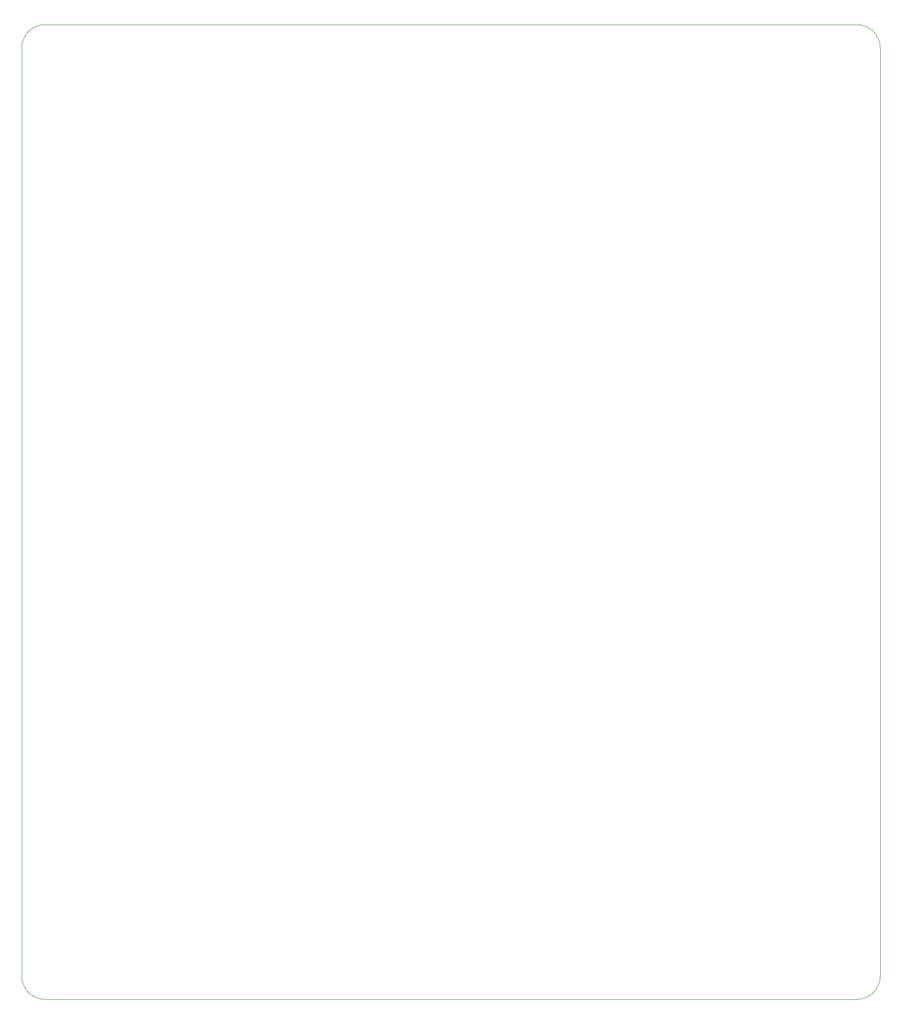
<source format=gm1>
G04 #@! TF.GenerationSoftware,KiCad,Pcbnew,7.0.7*
G04 #@! TF.CreationDate,2024-04-12T20:37:09-05:00*
G04 #@! TF.ProjectId,Armboard_Hardware,41726d62-6f61-4726-945f-486172647761,rev?*
G04 #@! TF.SameCoordinates,Original*
G04 #@! TF.FileFunction,Profile,NP*
%FSLAX46Y46*%
G04 Gerber Fmt 4.6, Leading zero omitted, Abs format (unit mm)*
G04 Created by KiCad (PCBNEW 7.0.7) date 2024-04-12 20:37:09*
%MOMM*%
%LPD*%
G01*
G04 APERTURE LIST*
G04 #@! TA.AperFunction,Profile*
%ADD10C,0.100000*%
G04 #@! TD*
G04 APERTURE END LIST*
D10*
X170434000Y-19050000D02*
X169418000Y-19050000D01*
X170434000Y-189738000D02*
G75*
G03*
X174498000Y-185674000I0J4064000D01*
G01*
X32258000Y-189738000D02*
X169418000Y-189738000D01*
X28194000Y-19050000D02*
G75*
G03*
X24130000Y-23114000I0J-4064000D01*
G01*
X28702000Y-189738000D02*
X28194000Y-189738000D01*
X174498000Y-23114000D02*
G75*
G03*
X170434000Y-19050000I-4064000J0D01*
G01*
X24130000Y-185674000D02*
G75*
G03*
X28194000Y-189738000I4064000J0D01*
G01*
X169418000Y-19050000D02*
X32258000Y-19050000D01*
X174498000Y-23114000D02*
X174498000Y-23622000D01*
X24129219Y-23622000D02*
X24130000Y-23114000D01*
X24130000Y-185674000D02*
X24129219Y-23622000D01*
X174498000Y-185674000D02*
X174498000Y-23622000D01*
X170434000Y-189738000D02*
X169418000Y-189738000D01*
X32258000Y-19050000D02*
X28194000Y-19050000D01*
X32258000Y-189738000D02*
X28702000Y-189738000D01*
M02*

</source>
